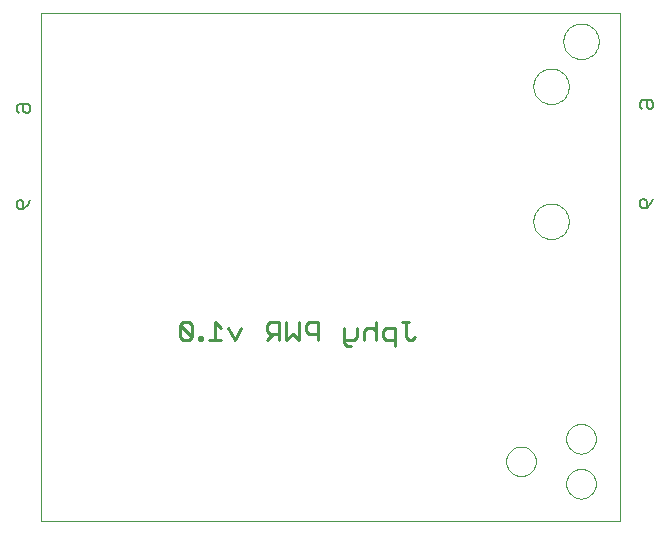
<source format=gbo>
G75*
G70*
%OFA0B0*%
%FSLAX24Y24*%
%IPPOS*%
%LPD*%
%AMOC8*
5,1,8,0,0,1.08239X$1,22.5*
%
%ADD10C,0.0000*%
%ADD11C,0.0090*%
%ADD12C,0.0050*%
D10*
X004380Y000300D02*
X004380Y017249D01*
X023671Y017249D01*
X023671Y000300D01*
X004380Y000300D01*
X019888Y002300D02*
X019890Y002344D01*
X019896Y002388D01*
X019906Y002431D01*
X019919Y002473D01*
X019937Y002513D01*
X019958Y002552D01*
X019982Y002589D01*
X020009Y002624D01*
X020040Y002656D01*
X020073Y002685D01*
X020109Y002711D01*
X020147Y002733D01*
X020187Y002752D01*
X020228Y002768D01*
X020271Y002780D01*
X020314Y002788D01*
X020358Y002792D01*
X020402Y002792D01*
X020446Y002788D01*
X020489Y002780D01*
X020532Y002768D01*
X020573Y002752D01*
X020613Y002733D01*
X020651Y002711D01*
X020687Y002685D01*
X020720Y002656D01*
X020751Y002624D01*
X020778Y002589D01*
X020802Y002552D01*
X020823Y002513D01*
X020841Y002473D01*
X020854Y002431D01*
X020864Y002388D01*
X020870Y002344D01*
X020872Y002300D01*
X020870Y002256D01*
X020864Y002212D01*
X020854Y002169D01*
X020841Y002127D01*
X020823Y002087D01*
X020802Y002048D01*
X020778Y002011D01*
X020751Y001976D01*
X020720Y001944D01*
X020687Y001915D01*
X020651Y001889D01*
X020613Y001867D01*
X020573Y001848D01*
X020532Y001832D01*
X020489Y001820D01*
X020446Y001812D01*
X020402Y001808D01*
X020358Y001808D01*
X020314Y001812D01*
X020271Y001820D01*
X020228Y001832D01*
X020187Y001848D01*
X020147Y001867D01*
X020109Y001889D01*
X020073Y001915D01*
X020040Y001944D01*
X020009Y001976D01*
X019982Y002011D01*
X019958Y002048D01*
X019937Y002087D01*
X019919Y002127D01*
X019906Y002169D01*
X019896Y002212D01*
X019890Y002256D01*
X019888Y002300D01*
X021888Y001550D02*
X021890Y001594D01*
X021896Y001638D01*
X021906Y001681D01*
X021919Y001723D01*
X021937Y001763D01*
X021958Y001802D01*
X021982Y001839D01*
X022009Y001874D01*
X022040Y001906D01*
X022073Y001935D01*
X022109Y001961D01*
X022147Y001983D01*
X022187Y002002D01*
X022228Y002018D01*
X022271Y002030D01*
X022314Y002038D01*
X022358Y002042D01*
X022402Y002042D01*
X022446Y002038D01*
X022489Y002030D01*
X022532Y002018D01*
X022573Y002002D01*
X022613Y001983D01*
X022651Y001961D01*
X022687Y001935D01*
X022720Y001906D01*
X022751Y001874D01*
X022778Y001839D01*
X022802Y001802D01*
X022823Y001763D01*
X022841Y001723D01*
X022854Y001681D01*
X022864Y001638D01*
X022870Y001594D01*
X022872Y001550D01*
X022870Y001506D01*
X022864Y001462D01*
X022854Y001419D01*
X022841Y001377D01*
X022823Y001337D01*
X022802Y001298D01*
X022778Y001261D01*
X022751Y001226D01*
X022720Y001194D01*
X022687Y001165D01*
X022651Y001139D01*
X022613Y001117D01*
X022573Y001098D01*
X022532Y001082D01*
X022489Y001070D01*
X022446Y001062D01*
X022402Y001058D01*
X022358Y001058D01*
X022314Y001062D01*
X022271Y001070D01*
X022228Y001082D01*
X022187Y001098D01*
X022147Y001117D01*
X022109Y001139D01*
X022073Y001165D01*
X022040Y001194D01*
X022009Y001226D01*
X021982Y001261D01*
X021958Y001298D01*
X021937Y001337D01*
X021919Y001377D01*
X021906Y001419D01*
X021896Y001462D01*
X021890Y001506D01*
X021888Y001550D01*
X021888Y003050D02*
X021890Y003094D01*
X021896Y003138D01*
X021906Y003181D01*
X021919Y003223D01*
X021937Y003263D01*
X021958Y003302D01*
X021982Y003339D01*
X022009Y003374D01*
X022040Y003406D01*
X022073Y003435D01*
X022109Y003461D01*
X022147Y003483D01*
X022187Y003502D01*
X022228Y003518D01*
X022271Y003530D01*
X022314Y003538D01*
X022358Y003542D01*
X022402Y003542D01*
X022446Y003538D01*
X022489Y003530D01*
X022532Y003518D01*
X022573Y003502D01*
X022613Y003483D01*
X022651Y003461D01*
X022687Y003435D01*
X022720Y003406D01*
X022751Y003374D01*
X022778Y003339D01*
X022802Y003302D01*
X022823Y003263D01*
X022841Y003223D01*
X022854Y003181D01*
X022864Y003138D01*
X022870Y003094D01*
X022872Y003050D01*
X022870Y003006D01*
X022864Y002962D01*
X022854Y002919D01*
X022841Y002877D01*
X022823Y002837D01*
X022802Y002798D01*
X022778Y002761D01*
X022751Y002726D01*
X022720Y002694D01*
X022687Y002665D01*
X022651Y002639D01*
X022613Y002617D01*
X022573Y002598D01*
X022532Y002582D01*
X022489Y002570D01*
X022446Y002562D01*
X022402Y002558D01*
X022358Y002558D01*
X022314Y002562D01*
X022271Y002570D01*
X022228Y002582D01*
X022187Y002598D01*
X022147Y002617D01*
X022109Y002639D01*
X022073Y002665D01*
X022040Y002694D01*
X022009Y002726D01*
X021982Y002761D01*
X021958Y002798D01*
X021937Y002837D01*
X021919Y002877D01*
X021906Y002919D01*
X021896Y002962D01*
X021890Y003006D01*
X021888Y003050D01*
X020789Y010300D02*
X020791Y010348D01*
X020797Y010396D01*
X020807Y010443D01*
X020820Y010489D01*
X020838Y010534D01*
X020858Y010578D01*
X020883Y010620D01*
X020911Y010659D01*
X020941Y010696D01*
X020975Y010730D01*
X021012Y010762D01*
X021050Y010791D01*
X021091Y010816D01*
X021134Y010838D01*
X021179Y010856D01*
X021225Y010870D01*
X021272Y010881D01*
X021320Y010888D01*
X021368Y010891D01*
X021416Y010890D01*
X021464Y010885D01*
X021512Y010876D01*
X021558Y010864D01*
X021603Y010847D01*
X021647Y010827D01*
X021689Y010804D01*
X021729Y010777D01*
X021767Y010747D01*
X021802Y010714D01*
X021834Y010678D01*
X021864Y010640D01*
X021890Y010599D01*
X021912Y010556D01*
X021932Y010512D01*
X021947Y010467D01*
X021959Y010420D01*
X021967Y010372D01*
X021971Y010324D01*
X021971Y010276D01*
X021967Y010228D01*
X021959Y010180D01*
X021947Y010133D01*
X021932Y010088D01*
X021912Y010044D01*
X021890Y010001D01*
X021864Y009960D01*
X021834Y009922D01*
X021802Y009886D01*
X021767Y009853D01*
X021729Y009823D01*
X021689Y009796D01*
X021647Y009773D01*
X021603Y009753D01*
X021558Y009736D01*
X021512Y009724D01*
X021464Y009715D01*
X021416Y009710D01*
X021368Y009709D01*
X021320Y009712D01*
X021272Y009719D01*
X021225Y009730D01*
X021179Y009744D01*
X021134Y009762D01*
X021091Y009784D01*
X021050Y009809D01*
X021012Y009838D01*
X020975Y009870D01*
X020941Y009904D01*
X020911Y009941D01*
X020883Y009980D01*
X020858Y010022D01*
X020838Y010066D01*
X020820Y010111D01*
X020807Y010157D01*
X020797Y010204D01*
X020791Y010252D01*
X020789Y010300D01*
X020789Y014800D02*
X020791Y014848D01*
X020797Y014896D01*
X020807Y014943D01*
X020820Y014989D01*
X020838Y015034D01*
X020858Y015078D01*
X020883Y015120D01*
X020911Y015159D01*
X020941Y015196D01*
X020975Y015230D01*
X021012Y015262D01*
X021050Y015291D01*
X021091Y015316D01*
X021134Y015338D01*
X021179Y015356D01*
X021225Y015370D01*
X021272Y015381D01*
X021320Y015388D01*
X021368Y015391D01*
X021416Y015390D01*
X021464Y015385D01*
X021512Y015376D01*
X021558Y015364D01*
X021603Y015347D01*
X021647Y015327D01*
X021689Y015304D01*
X021729Y015277D01*
X021767Y015247D01*
X021802Y015214D01*
X021834Y015178D01*
X021864Y015140D01*
X021890Y015099D01*
X021912Y015056D01*
X021932Y015012D01*
X021947Y014967D01*
X021959Y014920D01*
X021967Y014872D01*
X021971Y014824D01*
X021971Y014776D01*
X021967Y014728D01*
X021959Y014680D01*
X021947Y014633D01*
X021932Y014588D01*
X021912Y014544D01*
X021890Y014501D01*
X021864Y014460D01*
X021834Y014422D01*
X021802Y014386D01*
X021767Y014353D01*
X021729Y014323D01*
X021689Y014296D01*
X021647Y014273D01*
X021603Y014253D01*
X021558Y014236D01*
X021512Y014224D01*
X021464Y014215D01*
X021416Y014210D01*
X021368Y014209D01*
X021320Y014212D01*
X021272Y014219D01*
X021225Y014230D01*
X021179Y014244D01*
X021134Y014262D01*
X021091Y014284D01*
X021050Y014309D01*
X021012Y014338D01*
X020975Y014370D01*
X020941Y014404D01*
X020911Y014441D01*
X020883Y014480D01*
X020858Y014522D01*
X020838Y014566D01*
X020820Y014611D01*
X020807Y014657D01*
X020797Y014704D01*
X020791Y014752D01*
X020789Y014800D01*
X021789Y016300D02*
X021791Y016348D01*
X021797Y016396D01*
X021807Y016443D01*
X021820Y016489D01*
X021838Y016534D01*
X021858Y016578D01*
X021883Y016620D01*
X021911Y016659D01*
X021941Y016696D01*
X021975Y016730D01*
X022012Y016762D01*
X022050Y016791D01*
X022091Y016816D01*
X022134Y016838D01*
X022179Y016856D01*
X022225Y016870D01*
X022272Y016881D01*
X022320Y016888D01*
X022368Y016891D01*
X022416Y016890D01*
X022464Y016885D01*
X022512Y016876D01*
X022558Y016864D01*
X022603Y016847D01*
X022647Y016827D01*
X022689Y016804D01*
X022729Y016777D01*
X022767Y016747D01*
X022802Y016714D01*
X022834Y016678D01*
X022864Y016640D01*
X022890Y016599D01*
X022912Y016556D01*
X022932Y016512D01*
X022947Y016467D01*
X022959Y016420D01*
X022967Y016372D01*
X022971Y016324D01*
X022971Y016276D01*
X022967Y016228D01*
X022959Y016180D01*
X022947Y016133D01*
X022932Y016088D01*
X022912Y016044D01*
X022890Y016001D01*
X022864Y015960D01*
X022834Y015922D01*
X022802Y015886D01*
X022767Y015853D01*
X022729Y015823D01*
X022689Y015796D01*
X022647Y015773D01*
X022603Y015753D01*
X022558Y015736D01*
X022512Y015724D01*
X022464Y015715D01*
X022416Y015710D01*
X022368Y015709D01*
X022320Y015712D01*
X022272Y015719D01*
X022225Y015730D01*
X022179Y015744D01*
X022134Y015762D01*
X022091Y015784D01*
X022050Y015809D01*
X022012Y015838D01*
X021975Y015870D01*
X021941Y015904D01*
X021911Y015941D01*
X021883Y015980D01*
X021858Y016022D01*
X021838Y016066D01*
X021820Y016111D01*
X021807Y016157D01*
X021797Y016204D01*
X021791Y016252D01*
X021789Y016300D01*
D11*
X016631Y006956D02*
X016428Y006956D01*
X016530Y006956D02*
X016530Y006447D01*
X016631Y006345D01*
X016733Y006345D01*
X016835Y006447D01*
X016190Y006345D02*
X015885Y006345D01*
X015783Y006447D01*
X015783Y006650D01*
X015885Y006752D01*
X016190Y006752D01*
X016190Y006141D01*
X015546Y006345D02*
X015546Y006956D01*
X015444Y006752D02*
X015241Y006752D01*
X015139Y006650D01*
X015139Y006345D01*
X014901Y006447D02*
X014800Y006345D01*
X014494Y006345D01*
X014494Y006243D02*
X014596Y006141D01*
X014698Y006141D01*
X014494Y006243D02*
X014494Y006752D01*
X014901Y006752D02*
X014901Y006447D01*
X015444Y006752D02*
X015546Y006650D01*
X013612Y006549D02*
X013307Y006549D01*
X013205Y006650D01*
X013205Y006854D01*
X013307Y006956D01*
X013612Y006956D01*
X013612Y006345D01*
X012968Y006345D02*
X012764Y006549D01*
X012561Y006345D01*
X012561Y006956D01*
X012323Y006956D02*
X012018Y006956D01*
X011916Y006854D01*
X011916Y006650D01*
X012018Y006549D01*
X012323Y006549D01*
X012120Y006549D02*
X011916Y006345D01*
X012323Y006345D02*
X012323Y006956D01*
X012968Y006956D02*
X012968Y006345D01*
X011034Y006752D02*
X010831Y006345D01*
X010627Y006752D01*
X010390Y006752D02*
X010186Y006956D01*
X010186Y006345D01*
X010390Y006345D02*
X009982Y006345D01*
X009745Y006345D02*
X009643Y006345D01*
X009643Y006447D01*
X009745Y006447D01*
X009745Y006345D01*
X009423Y006447D02*
X009016Y006854D01*
X009016Y006447D01*
X009117Y006345D01*
X009321Y006345D01*
X009423Y006447D01*
X009423Y006854D01*
X009321Y006956D01*
X009117Y006956D01*
X009016Y006854D01*
D12*
X003945Y010857D02*
X003795Y010706D01*
X003795Y010932D01*
X003720Y011007D01*
X003645Y011007D01*
X003570Y010932D01*
X003570Y010781D01*
X003645Y010706D01*
X003795Y010706D01*
X003945Y010857D02*
X004020Y011007D01*
X003945Y013903D02*
X003870Y013903D01*
X003795Y013978D01*
X003795Y014203D01*
X003945Y014203D02*
X004020Y014128D01*
X004020Y013978D01*
X003945Y013903D01*
X003945Y014203D02*
X003645Y014203D01*
X003570Y014128D01*
X003570Y013978D01*
X003645Y013903D01*
X024340Y014102D02*
X024340Y014252D01*
X024415Y014327D01*
X024716Y014327D01*
X024791Y014252D01*
X024791Y014102D01*
X024716Y014027D01*
X024640Y014027D01*
X024565Y014102D01*
X024565Y014327D01*
X024340Y014102D02*
X024415Y014027D01*
X024415Y011043D02*
X024490Y011043D01*
X024565Y010968D01*
X024565Y010743D01*
X024415Y010743D01*
X024340Y010818D01*
X024340Y010968D01*
X024415Y011043D01*
X024565Y010743D02*
X024716Y010893D01*
X024791Y011043D01*
M02*

</source>
